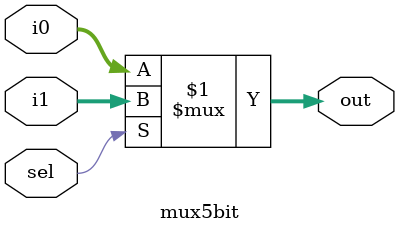
<source format=v>
/*module ArithmeticFU(CDBout, a, b, ctrl, destTag, issued);
	input [15:0] a, b;
	input ctrl, issued;
	input [3:0] destTag;
	output [20:0] CDBout;
	reg [15:0] out;

	assign CDBout = {issued, destTag, out};

	always@(*)
	begin
		if(ctrl)
			out = a + b;
		else
			out = a - b;
	end
endmodule

module LogicalFU(CDBout, a, b, ctrl, destTag);
	input [15:0] a, b;
	input ctrl;
	input [3:0] destTag;
	output [19:0] CDBout;
	reg [15:0] out;

	assign CDBout = {destTag, out};

	always@(*)
	begin
		if(ctrl)
			out = a & b;
		else
			out = a | b;
	end
endmodule*/

module IntegerFU(CDBout, a, b, ctrl, destTag, issued);
	input [15:0] a, b;
	input [1:0] ctrl;
	input [3:0] destTag;
	input issued;
	output [20:0] CDBout;
	reg [15:0] out;

	assign CDBout = {issued, destTag, out};
	always@(*)
	begin
		case(ctrl)
			2'b00: out = a + b;
			2'b01: out = a - b;
			2'b10: out = a & b;
			2'b11: out = a | b;
		endcase
	end
endmodule

module multiply(CDBout, a, b, destTag, issued);
	input [7:0] a, b;
	input issued;
	input [3:0] destTag;
	output [20:0] CDBout;
	wire [15:0] tmp;
	assign tmp = a*b;
	assign #40 CDBout = {issued, destTag, tmp};
endmodule

module LoadStore(out, a, b);
	input [15:0] a, b;
	output [15:0] out;
	assign out = a + b;
endmodule

module BranchUnit(PCSrc, branchTarget, a, b, PC, imm, issued);
	input [15:0] a, b, PC, imm;
	input issued;
	output PCSrc;
	output [15:0] branchTarget;
	assign PCSrc = (issued && a == b) ? 1'b1 : 1'b0;
	assign branchTarget = PCSrc ? PC + imm : PC;
endmodule

module mux5bit(output[4:0] out, input[4:0] i0, input[4:0] i1, input sel);
	assign out = sel ? i1 : i0;
endmodule

</source>
